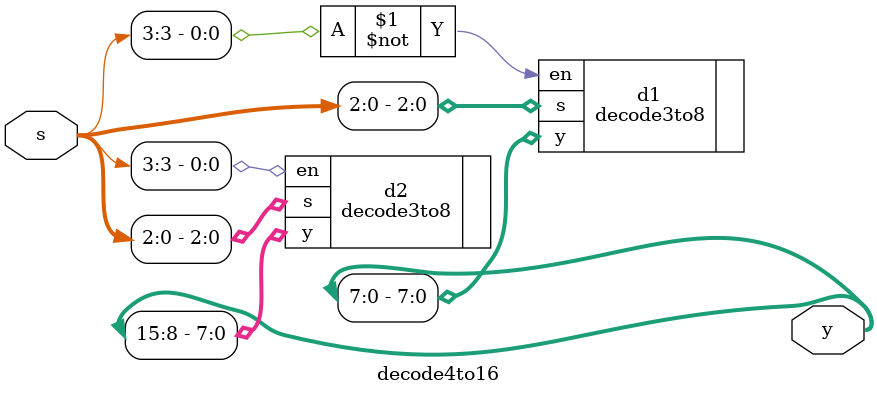
<source format=v>
module decode4to16(
input [3:0] s,
output [15:0]y);
decode3to8 d1(.s(s[2:0]), .en(~s[3]), .y(y[7:0])),
           d2(.s(s[2:0]), .en(s[3]), .y(y[15:8]));
endmodule

</source>
